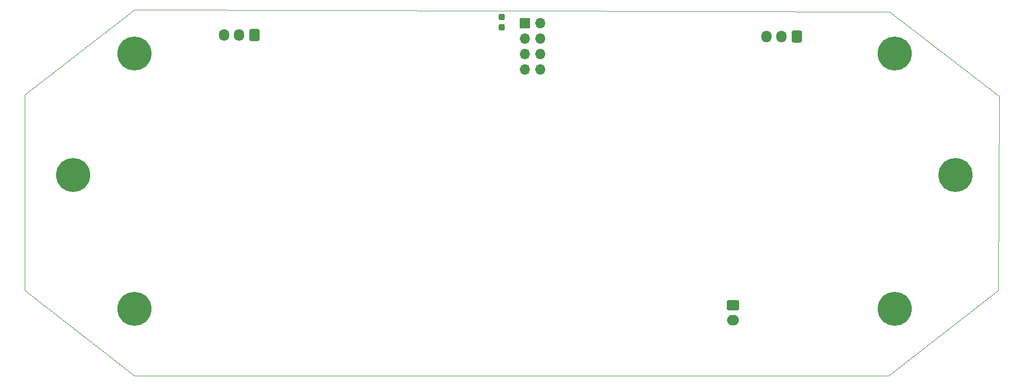
<source format=gbr>
%TF.GenerationSoftware,KiCad,Pcbnew,7.0.6-7.0.6~ubuntu20.04.1*%
%TF.CreationDate,2023-07-11T10:17:37+02:00*%
%TF.ProjectId,output_panel2023-07-11_081728.4517270000,6f757470-7574-45f7-9061-6e656c323032,rev?*%
%TF.SameCoordinates,Original*%
%TF.FileFunction,Soldermask,Bot*%
%TF.FilePolarity,Negative*%
%FSLAX45Y45*%
G04 Gerber Fmt 4.5, Leading zero omitted, Abs format (unit mm)*
G04 Created by KiCad (PCBNEW 7.0.6-7.0.6~ubuntu20.04.1) date 2023-07-11 10:17:37*
%MOMM*%
%LPD*%
G01*
G04 APERTURE LIST*
G04 Aperture macros list*
%AMRoundRect*
0 Rectangle with rounded corners*
0 $1 Rounding radius*
0 $2 $3 $4 $5 $6 $7 $8 $9 X,Y pos of 4 corners*
0 Add a 4 corners polygon primitive as box body*
4,1,4,$2,$3,$4,$5,$6,$7,$8,$9,$2,$3,0*
0 Add four circle primitives for the rounded corners*
1,1,$1+$1,$2,$3*
1,1,$1+$1,$4,$5*
1,1,$1+$1,$6,$7*
1,1,$1+$1,$8,$9*
0 Add four rect primitives between the rounded corners*
20,1,$1+$1,$2,$3,$4,$5,0*
20,1,$1+$1,$4,$5,$6,$7,0*
20,1,$1+$1,$6,$7,$8,$9,0*
20,1,$1+$1,$8,$9,$2,$3,0*%
G04 Aperture macros list end*
%TA.AperFunction,Profile*%
%ADD10C,0.100000*%
%TD*%
%ADD11C,5.600000*%
%ADD12RoundRect,0.250000X0.600000X0.725000X-0.600000X0.725000X-0.600000X-0.725000X0.600000X-0.725000X0*%
%ADD13O,1.700000X1.950000*%
%ADD14R,1.700000X1.700000*%
%ADD15O,1.700000X1.700000*%
%ADD16RoundRect,0.250000X-0.750000X0.600000X-0.750000X-0.600000X0.750000X-0.600000X0.750000X0.600000X0*%
%ADD17O,2.000000X1.700000*%
%ADD18RoundRect,0.237500X-0.237500X0.300000X-0.237500X-0.300000X0.237500X-0.300000X0.237500X0.300000X0*%
G04 APERTURE END LIST*
D10*
X1850000Y-6070000D02*
X50000Y-4670000D01*
X14250000Y-6070000D02*
X1850000Y-6070000D01*
X16050000Y-4670000D02*
X14250000Y-6070000D01*
X14270000Y-90000D02*
X16070000Y-1480000D01*
X16070000Y-1480000D02*
X16050000Y-4670000D01*
X50000Y-4670000D02*
X50000Y-1450000D01*
X50000Y-1450000D02*
X1850000Y-50000D01*
X1850000Y-50000D02*
X14270000Y-90000D01*
D11*
X14350000Y-4970000D03*
X15350000Y-2770000D03*
X1850000Y-4970000D03*
D12*
X12740400Y-496200D03*
D13*
X12490400Y-496200D03*
X12240400Y-496200D03*
D14*
X8270000Y-276000D03*
D15*
X8524000Y-276000D03*
X8270000Y-530000D03*
X8524000Y-530000D03*
X8270000Y-784000D03*
X8524000Y-784000D03*
X8270000Y-1038000D03*
X8524000Y-1038000D03*
D11*
X1850000Y-770000D03*
X850000Y-2770000D03*
D12*
X3825000Y-472500D03*
D13*
X3575000Y-472500D03*
X3325000Y-472500D03*
D11*
X14350000Y-770000D03*
D16*
X11690000Y-4910000D03*
D17*
X11690000Y-5160000D03*
D18*
X7890000Y-170000D03*
X7890000Y-342500D03*
M02*

</source>
